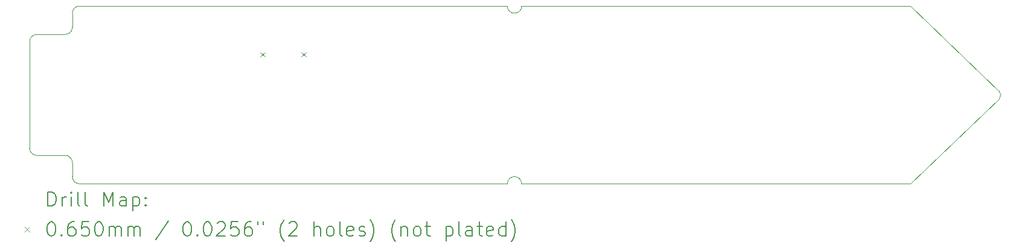
<source format=gbr>
%TF.GenerationSoftware,KiCad,Pcbnew,9.0.0*%
%TF.CreationDate,2025-03-11T16:46:41+02:00*%
%TF.ProjectId,Plant-health-meter,506c616e-742d-4686-9561-6c74682d6d65,rev?*%
%TF.SameCoordinates,Original*%
%TF.FileFunction,Drillmap*%
%TF.FilePolarity,Positive*%
%FSLAX45Y45*%
G04 Gerber Fmt 4.5, Leading zero omitted, Abs format (unit mm)*
G04 Created by KiCad (PCBNEW 9.0.0) date 2025-03-11 16:46:41*
%MOMM*%
%LPD*%
G01*
G04 APERTURE LIST*
%ADD10C,0.050000*%
%ADD11C,0.200000*%
%ADD12C,0.100000*%
G04 APERTURE END LIST*
D10*
X11510000Y-9750000D02*
X9225000Y-9750000D01*
X12650000Y-9750000D02*
X14400000Y-9750000D01*
X12650000Y-9750000D02*
X11510000Y-9750000D01*
X9125000Y-9850000D02*
G75*
G02*
X9225000Y-9750000I100000J0D01*
G01*
X8625000Y-11850000D02*
G75*
G02*
X8525000Y-11750000I0J100000D01*
G01*
X9225000Y-12250000D02*
G75*
G02*
X9125000Y-12150000I0J100000D01*
G01*
X15425000Y-9750000D02*
G75*
G02*
X15225000Y-9750000I-100000J0D01*
G01*
X9025000Y-11850000D02*
G75*
G02*
X9125000Y-11950000I0J-100000D01*
G01*
X9025000Y-10150000D02*
X8625000Y-10150000D01*
X9125000Y-9850000D02*
X9125000Y-10050000D01*
X22125000Y-11050000D02*
X20875000Y-12250000D01*
X14500000Y-12250000D02*
X13675000Y-12250000D01*
X20875000Y-9750000D02*
X22125000Y-10950000D01*
X15425000Y-9750000D02*
X20875000Y-9750000D01*
X9025000Y-11850000D02*
X8625000Y-11850000D01*
X15225000Y-12250000D02*
G75*
G02*
X15425000Y-12250000I100000J0D01*
G01*
X8525000Y-10250000D02*
X8525000Y-11750000D01*
X14550000Y-12250000D02*
X15225000Y-12250000D01*
X15425000Y-12250000D02*
X20875000Y-12250000D01*
X22125000Y-10950000D02*
G75*
G02*
X22125000Y-11050000I-50000J-50000D01*
G01*
X8525000Y-10250000D02*
G75*
G02*
X8625000Y-10150000I100000J0D01*
G01*
X15225000Y-9750000D02*
X14400000Y-9750000D01*
X9125000Y-12150000D02*
X9125000Y-11950000D01*
X9125000Y-10050000D02*
G75*
G02*
X9025000Y-10150000I-100000J0D01*
G01*
X14550000Y-12250000D02*
X14500000Y-12250000D01*
X9225000Y-12250000D02*
X13675000Y-12250000D01*
D11*
D12*
X11758500Y-10397500D02*
X11823500Y-10462500D01*
X11823500Y-10397500D02*
X11758500Y-10462500D01*
X12336500Y-10397500D02*
X12401500Y-10462500D01*
X12401500Y-10397500D02*
X12336500Y-10462500D01*
D11*
X8783277Y-12563984D02*
X8783277Y-12363984D01*
X8783277Y-12363984D02*
X8830896Y-12363984D01*
X8830896Y-12363984D02*
X8859467Y-12373508D01*
X8859467Y-12373508D02*
X8878515Y-12392555D01*
X8878515Y-12392555D02*
X8888039Y-12411603D01*
X8888039Y-12411603D02*
X8897563Y-12449698D01*
X8897563Y-12449698D02*
X8897563Y-12478269D01*
X8897563Y-12478269D02*
X8888039Y-12516365D01*
X8888039Y-12516365D02*
X8878515Y-12535412D01*
X8878515Y-12535412D02*
X8859467Y-12554460D01*
X8859467Y-12554460D02*
X8830896Y-12563984D01*
X8830896Y-12563984D02*
X8783277Y-12563984D01*
X8983277Y-12563984D02*
X8983277Y-12430650D01*
X8983277Y-12468746D02*
X8992801Y-12449698D01*
X8992801Y-12449698D02*
X9002324Y-12440174D01*
X9002324Y-12440174D02*
X9021372Y-12430650D01*
X9021372Y-12430650D02*
X9040420Y-12430650D01*
X9107086Y-12563984D02*
X9107086Y-12430650D01*
X9107086Y-12363984D02*
X9097563Y-12373508D01*
X9097563Y-12373508D02*
X9107086Y-12383031D01*
X9107086Y-12383031D02*
X9116610Y-12373508D01*
X9116610Y-12373508D02*
X9107086Y-12363984D01*
X9107086Y-12363984D02*
X9107086Y-12383031D01*
X9230896Y-12563984D02*
X9211848Y-12554460D01*
X9211848Y-12554460D02*
X9202324Y-12535412D01*
X9202324Y-12535412D02*
X9202324Y-12363984D01*
X9335658Y-12563984D02*
X9316610Y-12554460D01*
X9316610Y-12554460D02*
X9307086Y-12535412D01*
X9307086Y-12535412D02*
X9307086Y-12363984D01*
X9564229Y-12563984D02*
X9564229Y-12363984D01*
X9564229Y-12363984D02*
X9630896Y-12506841D01*
X9630896Y-12506841D02*
X9697563Y-12363984D01*
X9697563Y-12363984D02*
X9697563Y-12563984D01*
X9878515Y-12563984D02*
X9878515Y-12459222D01*
X9878515Y-12459222D02*
X9868991Y-12440174D01*
X9868991Y-12440174D02*
X9849944Y-12430650D01*
X9849944Y-12430650D02*
X9811848Y-12430650D01*
X9811848Y-12430650D02*
X9792801Y-12440174D01*
X9878515Y-12554460D02*
X9859467Y-12563984D01*
X9859467Y-12563984D02*
X9811848Y-12563984D01*
X9811848Y-12563984D02*
X9792801Y-12554460D01*
X9792801Y-12554460D02*
X9783277Y-12535412D01*
X9783277Y-12535412D02*
X9783277Y-12516365D01*
X9783277Y-12516365D02*
X9792801Y-12497317D01*
X9792801Y-12497317D02*
X9811848Y-12487793D01*
X9811848Y-12487793D02*
X9859467Y-12487793D01*
X9859467Y-12487793D02*
X9878515Y-12478269D01*
X9973753Y-12430650D02*
X9973753Y-12630650D01*
X9973753Y-12440174D02*
X9992801Y-12430650D01*
X9992801Y-12430650D02*
X10030896Y-12430650D01*
X10030896Y-12430650D02*
X10049944Y-12440174D01*
X10049944Y-12440174D02*
X10059467Y-12449698D01*
X10059467Y-12449698D02*
X10068991Y-12468746D01*
X10068991Y-12468746D02*
X10068991Y-12525888D01*
X10068991Y-12525888D02*
X10059467Y-12544936D01*
X10059467Y-12544936D02*
X10049944Y-12554460D01*
X10049944Y-12554460D02*
X10030896Y-12563984D01*
X10030896Y-12563984D02*
X9992801Y-12563984D01*
X9992801Y-12563984D02*
X9973753Y-12554460D01*
X10154705Y-12544936D02*
X10164229Y-12554460D01*
X10164229Y-12554460D02*
X10154705Y-12563984D01*
X10154705Y-12563984D02*
X10145182Y-12554460D01*
X10145182Y-12554460D02*
X10154705Y-12544936D01*
X10154705Y-12544936D02*
X10154705Y-12563984D01*
X10154705Y-12440174D02*
X10164229Y-12449698D01*
X10164229Y-12449698D02*
X10154705Y-12459222D01*
X10154705Y-12459222D02*
X10145182Y-12449698D01*
X10145182Y-12449698D02*
X10154705Y-12440174D01*
X10154705Y-12440174D02*
X10154705Y-12459222D01*
D12*
X8457500Y-12860000D02*
X8522500Y-12925000D01*
X8522500Y-12860000D02*
X8457500Y-12925000D01*
D11*
X8821372Y-12783984D02*
X8840420Y-12783984D01*
X8840420Y-12783984D02*
X8859467Y-12793508D01*
X8859467Y-12793508D02*
X8868991Y-12803031D01*
X8868991Y-12803031D02*
X8878515Y-12822079D01*
X8878515Y-12822079D02*
X8888039Y-12860174D01*
X8888039Y-12860174D02*
X8888039Y-12907793D01*
X8888039Y-12907793D02*
X8878515Y-12945888D01*
X8878515Y-12945888D02*
X8868991Y-12964936D01*
X8868991Y-12964936D02*
X8859467Y-12974460D01*
X8859467Y-12974460D02*
X8840420Y-12983984D01*
X8840420Y-12983984D02*
X8821372Y-12983984D01*
X8821372Y-12983984D02*
X8802324Y-12974460D01*
X8802324Y-12974460D02*
X8792801Y-12964936D01*
X8792801Y-12964936D02*
X8783277Y-12945888D01*
X8783277Y-12945888D02*
X8773753Y-12907793D01*
X8773753Y-12907793D02*
X8773753Y-12860174D01*
X8773753Y-12860174D02*
X8783277Y-12822079D01*
X8783277Y-12822079D02*
X8792801Y-12803031D01*
X8792801Y-12803031D02*
X8802324Y-12793508D01*
X8802324Y-12793508D02*
X8821372Y-12783984D01*
X8973753Y-12964936D02*
X8983277Y-12974460D01*
X8983277Y-12974460D02*
X8973753Y-12983984D01*
X8973753Y-12983984D02*
X8964229Y-12974460D01*
X8964229Y-12974460D02*
X8973753Y-12964936D01*
X8973753Y-12964936D02*
X8973753Y-12983984D01*
X9154705Y-12783984D02*
X9116610Y-12783984D01*
X9116610Y-12783984D02*
X9097563Y-12793508D01*
X9097563Y-12793508D02*
X9088039Y-12803031D01*
X9088039Y-12803031D02*
X9068991Y-12831603D01*
X9068991Y-12831603D02*
X9059467Y-12869698D01*
X9059467Y-12869698D02*
X9059467Y-12945888D01*
X9059467Y-12945888D02*
X9068991Y-12964936D01*
X9068991Y-12964936D02*
X9078515Y-12974460D01*
X9078515Y-12974460D02*
X9097563Y-12983984D01*
X9097563Y-12983984D02*
X9135658Y-12983984D01*
X9135658Y-12983984D02*
X9154705Y-12974460D01*
X9154705Y-12974460D02*
X9164229Y-12964936D01*
X9164229Y-12964936D02*
X9173753Y-12945888D01*
X9173753Y-12945888D02*
X9173753Y-12898269D01*
X9173753Y-12898269D02*
X9164229Y-12879222D01*
X9164229Y-12879222D02*
X9154705Y-12869698D01*
X9154705Y-12869698D02*
X9135658Y-12860174D01*
X9135658Y-12860174D02*
X9097563Y-12860174D01*
X9097563Y-12860174D02*
X9078515Y-12869698D01*
X9078515Y-12869698D02*
X9068991Y-12879222D01*
X9068991Y-12879222D02*
X9059467Y-12898269D01*
X9354705Y-12783984D02*
X9259467Y-12783984D01*
X9259467Y-12783984D02*
X9249944Y-12879222D01*
X9249944Y-12879222D02*
X9259467Y-12869698D01*
X9259467Y-12869698D02*
X9278515Y-12860174D01*
X9278515Y-12860174D02*
X9326134Y-12860174D01*
X9326134Y-12860174D02*
X9345182Y-12869698D01*
X9345182Y-12869698D02*
X9354705Y-12879222D01*
X9354705Y-12879222D02*
X9364229Y-12898269D01*
X9364229Y-12898269D02*
X9364229Y-12945888D01*
X9364229Y-12945888D02*
X9354705Y-12964936D01*
X9354705Y-12964936D02*
X9345182Y-12974460D01*
X9345182Y-12974460D02*
X9326134Y-12983984D01*
X9326134Y-12983984D02*
X9278515Y-12983984D01*
X9278515Y-12983984D02*
X9259467Y-12974460D01*
X9259467Y-12974460D02*
X9249944Y-12964936D01*
X9488039Y-12783984D02*
X9507086Y-12783984D01*
X9507086Y-12783984D02*
X9526134Y-12793508D01*
X9526134Y-12793508D02*
X9535658Y-12803031D01*
X9535658Y-12803031D02*
X9545182Y-12822079D01*
X9545182Y-12822079D02*
X9554705Y-12860174D01*
X9554705Y-12860174D02*
X9554705Y-12907793D01*
X9554705Y-12907793D02*
X9545182Y-12945888D01*
X9545182Y-12945888D02*
X9535658Y-12964936D01*
X9535658Y-12964936D02*
X9526134Y-12974460D01*
X9526134Y-12974460D02*
X9507086Y-12983984D01*
X9507086Y-12983984D02*
X9488039Y-12983984D01*
X9488039Y-12983984D02*
X9468991Y-12974460D01*
X9468991Y-12974460D02*
X9459467Y-12964936D01*
X9459467Y-12964936D02*
X9449944Y-12945888D01*
X9449944Y-12945888D02*
X9440420Y-12907793D01*
X9440420Y-12907793D02*
X9440420Y-12860174D01*
X9440420Y-12860174D02*
X9449944Y-12822079D01*
X9449944Y-12822079D02*
X9459467Y-12803031D01*
X9459467Y-12803031D02*
X9468991Y-12793508D01*
X9468991Y-12793508D02*
X9488039Y-12783984D01*
X9640420Y-12983984D02*
X9640420Y-12850650D01*
X9640420Y-12869698D02*
X9649944Y-12860174D01*
X9649944Y-12860174D02*
X9668991Y-12850650D01*
X9668991Y-12850650D02*
X9697563Y-12850650D01*
X9697563Y-12850650D02*
X9716610Y-12860174D01*
X9716610Y-12860174D02*
X9726134Y-12879222D01*
X9726134Y-12879222D02*
X9726134Y-12983984D01*
X9726134Y-12879222D02*
X9735658Y-12860174D01*
X9735658Y-12860174D02*
X9754705Y-12850650D01*
X9754705Y-12850650D02*
X9783277Y-12850650D01*
X9783277Y-12850650D02*
X9802325Y-12860174D01*
X9802325Y-12860174D02*
X9811848Y-12879222D01*
X9811848Y-12879222D02*
X9811848Y-12983984D01*
X9907086Y-12983984D02*
X9907086Y-12850650D01*
X9907086Y-12869698D02*
X9916610Y-12860174D01*
X9916610Y-12860174D02*
X9935658Y-12850650D01*
X9935658Y-12850650D02*
X9964229Y-12850650D01*
X9964229Y-12850650D02*
X9983277Y-12860174D01*
X9983277Y-12860174D02*
X9992801Y-12879222D01*
X9992801Y-12879222D02*
X9992801Y-12983984D01*
X9992801Y-12879222D02*
X10002325Y-12860174D01*
X10002325Y-12860174D02*
X10021372Y-12850650D01*
X10021372Y-12850650D02*
X10049944Y-12850650D01*
X10049944Y-12850650D02*
X10068991Y-12860174D01*
X10068991Y-12860174D02*
X10078515Y-12879222D01*
X10078515Y-12879222D02*
X10078515Y-12983984D01*
X10468991Y-12774460D02*
X10297563Y-13031603D01*
X10726134Y-12783984D02*
X10745182Y-12783984D01*
X10745182Y-12783984D02*
X10764229Y-12793508D01*
X10764229Y-12793508D02*
X10773753Y-12803031D01*
X10773753Y-12803031D02*
X10783277Y-12822079D01*
X10783277Y-12822079D02*
X10792801Y-12860174D01*
X10792801Y-12860174D02*
X10792801Y-12907793D01*
X10792801Y-12907793D02*
X10783277Y-12945888D01*
X10783277Y-12945888D02*
X10773753Y-12964936D01*
X10773753Y-12964936D02*
X10764229Y-12974460D01*
X10764229Y-12974460D02*
X10745182Y-12983984D01*
X10745182Y-12983984D02*
X10726134Y-12983984D01*
X10726134Y-12983984D02*
X10707087Y-12974460D01*
X10707087Y-12974460D02*
X10697563Y-12964936D01*
X10697563Y-12964936D02*
X10688039Y-12945888D01*
X10688039Y-12945888D02*
X10678515Y-12907793D01*
X10678515Y-12907793D02*
X10678515Y-12860174D01*
X10678515Y-12860174D02*
X10688039Y-12822079D01*
X10688039Y-12822079D02*
X10697563Y-12803031D01*
X10697563Y-12803031D02*
X10707087Y-12793508D01*
X10707087Y-12793508D02*
X10726134Y-12783984D01*
X10878515Y-12964936D02*
X10888039Y-12974460D01*
X10888039Y-12974460D02*
X10878515Y-12983984D01*
X10878515Y-12983984D02*
X10868991Y-12974460D01*
X10868991Y-12974460D02*
X10878515Y-12964936D01*
X10878515Y-12964936D02*
X10878515Y-12983984D01*
X11011848Y-12783984D02*
X11030896Y-12783984D01*
X11030896Y-12783984D02*
X11049944Y-12793508D01*
X11049944Y-12793508D02*
X11059468Y-12803031D01*
X11059468Y-12803031D02*
X11068991Y-12822079D01*
X11068991Y-12822079D02*
X11078515Y-12860174D01*
X11078515Y-12860174D02*
X11078515Y-12907793D01*
X11078515Y-12907793D02*
X11068991Y-12945888D01*
X11068991Y-12945888D02*
X11059468Y-12964936D01*
X11059468Y-12964936D02*
X11049944Y-12974460D01*
X11049944Y-12974460D02*
X11030896Y-12983984D01*
X11030896Y-12983984D02*
X11011848Y-12983984D01*
X11011848Y-12983984D02*
X10992801Y-12974460D01*
X10992801Y-12974460D02*
X10983277Y-12964936D01*
X10983277Y-12964936D02*
X10973753Y-12945888D01*
X10973753Y-12945888D02*
X10964229Y-12907793D01*
X10964229Y-12907793D02*
X10964229Y-12860174D01*
X10964229Y-12860174D02*
X10973753Y-12822079D01*
X10973753Y-12822079D02*
X10983277Y-12803031D01*
X10983277Y-12803031D02*
X10992801Y-12793508D01*
X10992801Y-12793508D02*
X11011848Y-12783984D01*
X11154706Y-12803031D02*
X11164229Y-12793508D01*
X11164229Y-12793508D02*
X11183277Y-12783984D01*
X11183277Y-12783984D02*
X11230896Y-12783984D01*
X11230896Y-12783984D02*
X11249944Y-12793508D01*
X11249944Y-12793508D02*
X11259467Y-12803031D01*
X11259467Y-12803031D02*
X11268991Y-12822079D01*
X11268991Y-12822079D02*
X11268991Y-12841127D01*
X11268991Y-12841127D02*
X11259467Y-12869698D01*
X11259467Y-12869698D02*
X11145182Y-12983984D01*
X11145182Y-12983984D02*
X11268991Y-12983984D01*
X11449944Y-12783984D02*
X11354706Y-12783984D01*
X11354706Y-12783984D02*
X11345182Y-12879222D01*
X11345182Y-12879222D02*
X11354706Y-12869698D01*
X11354706Y-12869698D02*
X11373753Y-12860174D01*
X11373753Y-12860174D02*
X11421372Y-12860174D01*
X11421372Y-12860174D02*
X11440420Y-12869698D01*
X11440420Y-12869698D02*
X11449944Y-12879222D01*
X11449944Y-12879222D02*
X11459467Y-12898269D01*
X11459467Y-12898269D02*
X11459467Y-12945888D01*
X11459467Y-12945888D02*
X11449944Y-12964936D01*
X11449944Y-12964936D02*
X11440420Y-12974460D01*
X11440420Y-12974460D02*
X11421372Y-12983984D01*
X11421372Y-12983984D02*
X11373753Y-12983984D01*
X11373753Y-12983984D02*
X11354706Y-12974460D01*
X11354706Y-12974460D02*
X11345182Y-12964936D01*
X11630896Y-12783984D02*
X11592801Y-12783984D01*
X11592801Y-12783984D02*
X11573753Y-12793508D01*
X11573753Y-12793508D02*
X11564229Y-12803031D01*
X11564229Y-12803031D02*
X11545182Y-12831603D01*
X11545182Y-12831603D02*
X11535658Y-12869698D01*
X11535658Y-12869698D02*
X11535658Y-12945888D01*
X11535658Y-12945888D02*
X11545182Y-12964936D01*
X11545182Y-12964936D02*
X11554706Y-12974460D01*
X11554706Y-12974460D02*
X11573753Y-12983984D01*
X11573753Y-12983984D02*
X11611848Y-12983984D01*
X11611848Y-12983984D02*
X11630896Y-12974460D01*
X11630896Y-12974460D02*
X11640420Y-12964936D01*
X11640420Y-12964936D02*
X11649944Y-12945888D01*
X11649944Y-12945888D02*
X11649944Y-12898269D01*
X11649944Y-12898269D02*
X11640420Y-12879222D01*
X11640420Y-12879222D02*
X11630896Y-12869698D01*
X11630896Y-12869698D02*
X11611848Y-12860174D01*
X11611848Y-12860174D02*
X11573753Y-12860174D01*
X11573753Y-12860174D02*
X11554706Y-12869698D01*
X11554706Y-12869698D02*
X11545182Y-12879222D01*
X11545182Y-12879222D02*
X11535658Y-12898269D01*
X11726134Y-12783984D02*
X11726134Y-12822079D01*
X11802325Y-12783984D02*
X11802325Y-12822079D01*
X12097563Y-13060174D02*
X12088039Y-13050650D01*
X12088039Y-13050650D02*
X12068991Y-13022079D01*
X12068991Y-13022079D02*
X12059468Y-13003031D01*
X12059468Y-13003031D02*
X12049944Y-12974460D01*
X12049944Y-12974460D02*
X12040420Y-12926841D01*
X12040420Y-12926841D02*
X12040420Y-12888746D01*
X12040420Y-12888746D02*
X12049944Y-12841127D01*
X12049944Y-12841127D02*
X12059468Y-12812555D01*
X12059468Y-12812555D02*
X12068991Y-12793508D01*
X12068991Y-12793508D02*
X12088039Y-12764936D01*
X12088039Y-12764936D02*
X12097563Y-12755412D01*
X12164229Y-12803031D02*
X12173753Y-12793508D01*
X12173753Y-12793508D02*
X12192801Y-12783984D01*
X12192801Y-12783984D02*
X12240420Y-12783984D01*
X12240420Y-12783984D02*
X12259468Y-12793508D01*
X12259468Y-12793508D02*
X12268991Y-12803031D01*
X12268991Y-12803031D02*
X12278515Y-12822079D01*
X12278515Y-12822079D02*
X12278515Y-12841127D01*
X12278515Y-12841127D02*
X12268991Y-12869698D01*
X12268991Y-12869698D02*
X12154706Y-12983984D01*
X12154706Y-12983984D02*
X12278515Y-12983984D01*
X12516610Y-12983984D02*
X12516610Y-12783984D01*
X12602325Y-12983984D02*
X12602325Y-12879222D01*
X12602325Y-12879222D02*
X12592801Y-12860174D01*
X12592801Y-12860174D02*
X12573753Y-12850650D01*
X12573753Y-12850650D02*
X12545182Y-12850650D01*
X12545182Y-12850650D02*
X12526134Y-12860174D01*
X12526134Y-12860174D02*
X12516610Y-12869698D01*
X12726134Y-12983984D02*
X12707087Y-12974460D01*
X12707087Y-12974460D02*
X12697563Y-12964936D01*
X12697563Y-12964936D02*
X12688039Y-12945888D01*
X12688039Y-12945888D02*
X12688039Y-12888746D01*
X12688039Y-12888746D02*
X12697563Y-12869698D01*
X12697563Y-12869698D02*
X12707087Y-12860174D01*
X12707087Y-12860174D02*
X12726134Y-12850650D01*
X12726134Y-12850650D02*
X12754706Y-12850650D01*
X12754706Y-12850650D02*
X12773753Y-12860174D01*
X12773753Y-12860174D02*
X12783277Y-12869698D01*
X12783277Y-12869698D02*
X12792801Y-12888746D01*
X12792801Y-12888746D02*
X12792801Y-12945888D01*
X12792801Y-12945888D02*
X12783277Y-12964936D01*
X12783277Y-12964936D02*
X12773753Y-12974460D01*
X12773753Y-12974460D02*
X12754706Y-12983984D01*
X12754706Y-12983984D02*
X12726134Y-12983984D01*
X12907087Y-12983984D02*
X12888039Y-12974460D01*
X12888039Y-12974460D02*
X12878515Y-12955412D01*
X12878515Y-12955412D02*
X12878515Y-12783984D01*
X13059468Y-12974460D02*
X13040420Y-12983984D01*
X13040420Y-12983984D02*
X13002325Y-12983984D01*
X13002325Y-12983984D02*
X12983277Y-12974460D01*
X12983277Y-12974460D02*
X12973753Y-12955412D01*
X12973753Y-12955412D02*
X12973753Y-12879222D01*
X12973753Y-12879222D02*
X12983277Y-12860174D01*
X12983277Y-12860174D02*
X13002325Y-12850650D01*
X13002325Y-12850650D02*
X13040420Y-12850650D01*
X13040420Y-12850650D02*
X13059468Y-12860174D01*
X13059468Y-12860174D02*
X13068991Y-12879222D01*
X13068991Y-12879222D02*
X13068991Y-12898269D01*
X13068991Y-12898269D02*
X12973753Y-12917317D01*
X13145182Y-12974460D02*
X13164230Y-12983984D01*
X13164230Y-12983984D02*
X13202325Y-12983984D01*
X13202325Y-12983984D02*
X13221372Y-12974460D01*
X13221372Y-12974460D02*
X13230896Y-12955412D01*
X13230896Y-12955412D02*
X13230896Y-12945888D01*
X13230896Y-12945888D02*
X13221372Y-12926841D01*
X13221372Y-12926841D02*
X13202325Y-12917317D01*
X13202325Y-12917317D02*
X13173753Y-12917317D01*
X13173753Y-12917317D02*
X13154706Y-12907793D01*
X13154706Y-12907793D02*
X13145182Y-12888746D01*
X13145182Y-12888746D02*
X13145182Y-12879222D01*
X13145182Y-12879222D02*
X13154706Y-12860174D01*
X13154706Y-12860174D02*
X13173753Y-12850650D01*
X13173753Y-12850650D02*
X13202325Y-12850650D01*
X13202325Y-12850650D02*
X13221372Y-12860174D01*
X13297563Y-13060174D02*
X13307087Y-13050650D01*
X13307087Y-13050650D02*
X13326134Y-13022079D01*
X13326134Y-13022079D02*
X13335658Y-13003031D01*
X13335658Y-13003031D02*
X13345182Y-12974460D01*
X13345182Y-12974460D02*
X13354706Y-12926841D01*
X13354706Y-12926841D02*
X13354706Y-12888746D01*
X13354706Y-12888746D02*
X13345182Y-12841127D01*
X13345182Y-12841127D02*
X13335658Y-12812555D01*
X13335658Y-12812555D02*
X13326134Y-12793508D01*
X13326134Y-12793508D02*
X13307087Y-12764936D01*
X13307087Y-12764936D02*
X13297563Y-12755412D01*
X13659468Y-13060174D02*
X13649944Y-13050650D01*
X13649944Y-13050650D02*
X13630896Y-13022079D01*
X13630896Y-13022079D02*
X13621372Y-13003031D01*
X13621372Y-13003031D02*
X13611849Y-12974460D01*
X13611849Y-12974460D02*
X13602325Y-12926841D01*
X13602325Y-12926841D02*
X13602325Y-12888746D01*
X13602325Y-12888746D02*
X13611849Y-12841127D01*
X13611849Y-12841127D02*
X13621372Y-12812555D01*
X13621372Y-12812555D02*
X13630896Y-12793508D01*
X13630896Y-12793508D02*
X13649944Y-12764936D01*
X13649944Y-12764936D02*
X13659468Y-12755412D01*
X13735658Y-12850650D02*
X13735658Y-12983984D01*
X13735658Y-12869698D02*
X13745182Y-12860174D01*
X13745182Y-12860174D02*
X13764230Y-12850650D01*
X13764230Y-12850650D02*
X13792801Y-12850650D01*
X13792801Y-12850650D02*
X13811849Y-12860174D01*
X13811849Y-12860174D02*
X13821372Y-12879222D01*
X13821372Y-12879222D02*
X13821372Y-12983984D01*
X13945182Y-12983984D02*
X13926134Y-12974460D01*
X13926134Y-12974460D02*
X13916611Y-12964936D01*
X13916611Y-12964936D02*
X13907087Y-12945888D01*
X13907087Y-12945888D02*
X13907087Y-12888746D01*
X13907087Y-12888746D02*
X13916611Y-12869698D01*
X13916611Y-12869698D02*
X13926134Y-12860174D01*
X13926134Y-12860174D02*
X13945182Y-12850650D01*
X13945182Y-12850650D02*
X13973753Y-12850650D01*
X13973753Y-12850650D02*
X13992801Y-12860174D01*
X13992801Y-12860174D02*
X14002325Y-12869698D01*
X14002325Y-12869698D02*
X14011849Y-12888746D01*
X14011849Y-12888746D02*
X14011849Y-12945888D01*
X14011849Y-12945888D02*
X14002325Y-12964936D01*
X14002325Y-12964936D02*
X13992801Y-12974460D01*
X13992801Y-12974460D02*
X13973753Y-12983984D01*
X13973753Y-12983984D02*
X13945182Y-12983984D01*
X14068992Y-12850650D02*
X14145182Y-12850650D01*
X14097563Y-12783984D02*
X14097563Y-12955412D01*
X14097563Y-12955412D02*
X14107087Y-12974460D01*
X14107087Y-12974460D02*
X14126134Y-12983984D01*
X14126134Y-12983984D02*
X14145182Y-12983984D01*
X14364230Y-12850650D02*
X14364230Y-13050650D01*
X14364230Y-12860174D02*
X14383277Y-12850650D01*
X14383277Y-12850650D02*
X14421373Y-12850650D01*
X14421373Y-12850650D02*
X14440420Y-12860174D01*
X14440420Y-12860174D02*
X14449944Y-12869698D01*
X14449944Y-12869698D02*
X14459468Y-12888746D01*
X14459468Y-12888746D02*
X14459468Y-12945888D01*
X14459468Y-12945888D02*
X14449944Y-12964936D01*
X14449944Y-12964936D02*
X14440420Y-12974460D01*
X14440420Y-12974460D02*
X14421373Y-12983984D01*
X14421373Y-12983984D02*
X14383277Y-12983984D01*
X14383277Y-12983984D02*
X14364230Y-12974460D01*
X14573753Y-12983984D02*
X14554706Y-12974460D01*
X14554706Y-12974460D02*
X14545182Y-12955412D01*
X14545182Y-12955412D02*
X14545182Y-12783984D01*
X14735658Y-12983984D02*
X14735658Y-12879222D01*
X14735658Y-12879222D02*
X14726134Y-12860174D01*
X14726134Y-12860174D02*
X14707087Y-12850650D01*
X14707087Y-12850650D02*
X14668992Y-12850650D01*
X14668992Y-12850650D02*
X14649944Y-12860174D01*
X14735658Y-12974460D02*
X14716611Y-12983984D01*
X14716611Y-12983984D02*
X14668992Y-12983984D01*
X14668992Y-12983984D02*
X14649944Y-12974460D01*
X14649944Y-12974460D02*
X14640420Y-12955412D01*
X14640420Y-12955412D02*
X14640420Y-12936365D01*
X14640420Y-12936365D02*
X14649944Y-12917317D01*
X14649944Y-12917317D02*
X14668992Y-12907793D01*
X14668992Y-12907793D02*
X14716611Y-12907793D01*
X14716611Y-12907793D02*
X14735658Y-12898269D01*
X14802325Y-12850650D02*
X14878515Y-12850650D01*
X14830896Y-12783984D02*
X14830896Y-12955412D01*
X14830896Y-12955412D02*
X14840420Y-12974460D01*
X14840420Y-12974460D02*
X14859468Y-12983984D01*
X14859468Y-12983984D02*
X14878515Y-12983984D01*
X15021373Y-12974460D02*
X15002325Y-12983984D01*
X15002325Y-12983984D02*
X14964230Y-12983984D01*
X14964230Y-12983984D02*
X14945182Y-12974460D01*
X14945182Y-12974460D02*
X14935658Y-12955412D01*
X14935658Y-12955412D02*
X14935658Y-12879222D01*
X14935658Y-12879222D02*
X14945182Y-12860174D01*
X14945182Y-12860174D02*
X14964230Y-12850650D01*
X14964230Y-12850650D02*
X15002325Y-12850650D01*
X15002325Y-12850650D02*
X15021373Y-12860174D01*
X15021373Y-12860174D02*
X15030896Y-12879222D01*
X15030896Y-12879222D02*
X15030896Y-12898269D01*
X15030896Y-12898269D02*
X14935658Y-12917317D01*
X15202325Y-12983984D02*
X15202325Y-12783984D01*
X15202325Y-12974460D02*
X15183277Y-12983984D01*
X15183277Y-12983984D02*
X15145182Y-12983984D01*
X15145182Y-12983984D02*
X15126134Y-12974460D01*
X15126134Y-12974460D02*
X15116611Y-12964936D01*
X15116611Y-12964936D02*
X15107087Y-12945888D01*
X15107087Y-12945888D02*
X15107087Y-12888746D01*
X15107087Y-12888746D02*
X15116611Y-12869698D01*
X15116611Y-12869698D02*
X15126134Y-12860174D01*
X15126134Y-12860174D02*
X15145182Y-12850650D01*
X15145182Y-12850650D02*
X15183277Y-12850650D01*
X15183277Y-12850650D02*
X15202325Y-12860174D01*
X15278515Y-13060174D02*
X15288039Y-13050650D01*
X15288039Y-13050650D02*
X15307087Y-13022079D01*
X15307087Y-13022079D02*
X15316611Y-13003031D01*
X15316611Y-13003031D02*
X15326134Y-12974460D01*
X15326134Y-12974460D02*
X15335658Y-12926841D01*
X15335658Y-12926841D02*
X15335658Y-12888746D01*
X15335658Y-12888746D02*
X15326134Y-12841127D01*
X15326134Y-12841127D02*
X15316611Y-12812555D01*
X15316611Y-12812555D02*
X15307087Y-12793508D01*
X15307087Y-12793508D02*
X15288039Y-12764936D01*
X15288039Y-12764936D02*
X15278515Y-12755412D01*
M02*

</source>
